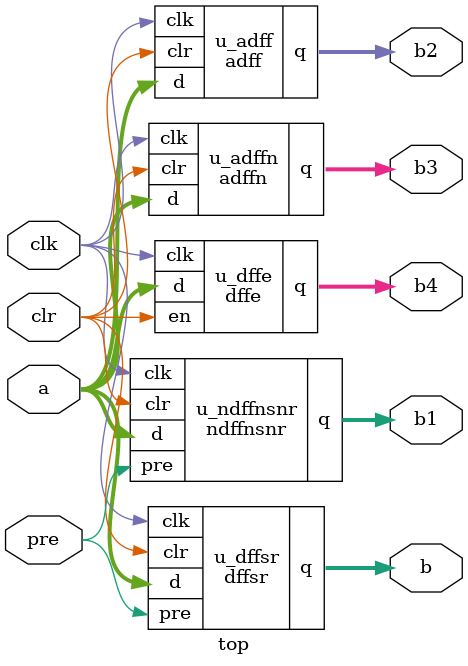
<source format=v>
module adff
    ( input [3:0] d, input clk, clr, output reg [3:0] q );
    initial begin
      q = 4'b0000;
    end
	always @( posedge clk, posedge clr )
		if ( clr )
`ifndef BUG
			q <= 4'b0110;
`else
			q <= d;
`endif
		else
            q <= d;
endmodule

module adffn
    ( input [3:0] d, input clk, clr, output reg [3:0] q );
    initial begin
      q = 4'b0100;
    end
	always @( posedge clk, negedge clr )
		if ( !clr )
`ifndef BUG
			q <= 4'b0100;
`else
			q <= d;
`endif
		else
            q <= d;
endmodule

module dffe
    ( input [3:0] d, input clk, en, output reg [3:0] q );
    initial begin
      q = 4'b0010;
    end
	always @( posedge clk)
		if ( en )
`ifndef BUG
			q <= d;
`else
			q <= 4'b0000;
`endif
endmodule

module dffsr
    ( input [3:0] d, input clk, pre, clr, output reg [3:0] q );
    initial begin
      q = 0;
    end
	always @( posedge clk, negedge pre, posedge clr )
		if ( clr )
`ifndef BUG
			q <= 4'b1010;
`else
			q <= d;
`endif
		else if ( !pre )
			q <= 4'b0101;
		else
            q <= d;
endmodule

module dffs
    ( input [3:0] d, input clk, pre, output reg [3:0] q );
    initial begin
      q = 1;
    end
	always @( posedge clk, negedge pre )
		if ( !pre )
			q <= 4'b1111;
		else
            q <= d;
endmodule


module dffse
    ( input [3:0] d, input clk, en, pre, output reg [3:0] q );
    initial begin
      q = 1;
    end
	always @( posedge clk )
		if ( !pre )
			q <= 4'b0101;
		else
			if ( en )
				q <= d;
endmodule

module ndffnsnr
    ( input [3:0] d, input clk, pre, clr, output reg [3:0] q );
    initial begin
      q = 0;
    end
	always @( negedge clk, posedge pre, negedge clr )
		if ( !clr )
`ifndef BUG
			q <= 4'b0010;
`else
			q <= d;
`endif
		else if ( pre )
			q <= 4'b1101;
		else
            q <= d;
endmodule

module top (
input clk,
input clr,
input pre,
input [3:0] a,
output [3:0] b,b1,b2,b3,b4
);

wire b5,b6;

dffsr u_dffsr (
        .clk (clk ),
        .clr (clr),
        .pre (pre),
        .d (a ),
        .q (b )
    );

dffs u_dffs (
        .clk (clk ),
        .pre (pre),
        .d (a ),
        .q (b5 )
    );

dffse u_dffse (
        .clk (clk ),
        .pre (pre),
        .en (en),
        .d (a ),
        .q (b6 )
    );

ndffnsnr u_ndffnsnr (
        .clk (clk ),
        .clr (clr),
        .pre (pre),
        .d (a ),
        .q (b1 )
    );

adff u_adff (
        .clk (clk ),
        .clr (clr),
        .d (a ),
        .q (b2 )
    );

adffn u_adffn (
        .clk (clk ),
        .clr (clr),
        .d (a ),
        .q (b3 )
    );

dffe u_dffe (
        .clk (clk ),
        .en (clr),
        .d (a ),
        .q (b4 )
    );

endmodule

</source>
